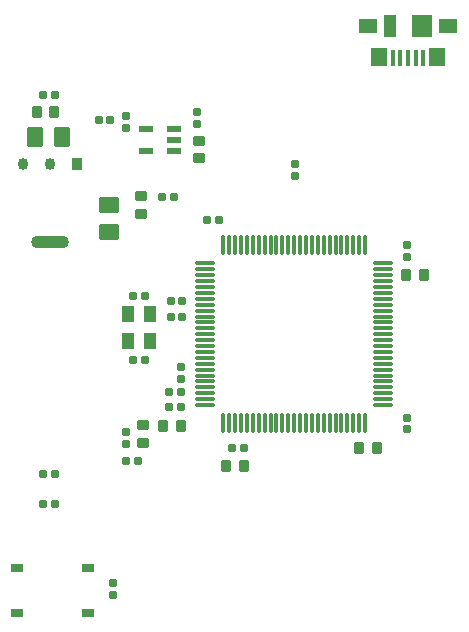
<source format=gbr>
%TF.GenerationSoftware,Altium Limited,Altium Designer,25.5.2 (35)*%
G04 Layer_Color=8421504*
%FSLAX45Y45*%
%MOMM*%
%TF.SameCoordinates,99CC5E96-0F24-47E5-947C-7A4A978C6F15*%
%TF.FilePolarity,Positive*%
%TF.FileFunction,Paste,Top*%
%TF.Part,Single*%
G01*
G75*
%TA.AperFunction,SMDPad,CuDef*%
%ADD12O,0.30000X1.80000*%
%ADD13O,1.80000X0.30000*%
G04:AMPARAMS|DCode=14|XSize=1.3mm|YSize=1.1mm|CornerRadius=0.055mm|HoleSize=0mm|Usage=FLASHONLY|Rotation=270.000|XOffset=0mm|YOffset=0mm|HoleType=Round|Shape=RoundedRectangle|*
%AMROUNDEDRECTD14*
21,1,1.30000,0.99000,0,0,270.0*
21,1,1.19000,1.10000,0,0,270.0*
1,1,0.11000,-0.49500,-0.59500*
1,1,0.11000,-0.49500,0.59500*
1,1,0.11000,0.49500,0.59500*
1,1,0.11000,0.49500,-0.59500*
%
%ADD14ROUNDEDRECTD14*%
G04:AMPARAMS|DCode=15|XSize=0.6mm|YSize=0.7mm|CornerRadius=0.075mm|HoleSize=0mm|Usage=FLASHONLY|Rotation=180.000|XOffset=0mm|YOffset=0mm|HoleType=Round|Shape=RoundedRectangle|*
%AMROUNDEDRECTD15*
21,1,0.60000,0.55000,0,0,180.0*
21,1,0.45000,0.70000,0,0,180.0*
1,1,0.15000,-0.22500,0.27500*
1,1,0.15000,0.22500,0.27500*
1,1,0.15000,0.22500,-0.27500*
1,1,0.15000,-0.22500,-0.27500*
%
%ADD15ROUNDEDRECTD15*%
%ADD16R,1.00000X0.75000*%
G04:AMPARAMS|DCode=17|XSize=0.6mm|YSize=0.7mm|CornerRadius=0.075mm|HoleSize=0mm|Usage=FLASHONLY|Rotation=270.000|XOffset=0mm|YOffset=0mm|HoleType=Round|Shape=RoundedRectangle|*
%AMROUNDEDRECTD17*
21,1,0.60000,0.55000,0,0,270.0*
21,1,0.45000,0.70000,0,0,270.0*
1,1,0.15000,-0.27500,-0.22500*
1,1,0.15000,-0.27500,0.22500*
1,1,0.15000,0.27500,0.22500*
1,1,0.15000,0.27500,-0.22500*
%
%ADD17ROUNDEDRECTD17*%
G04:AMPARAMS|DCode=18|XSize=0.8mm|YSize=1mm|CornerRadius=0.1mm|HoleSize=0mm|Usage=FLASHONLY|Rotation=90.000|XOffset=0mm|YOffset=0mm|HoleType=Round|Shape=RoundedRectangle|*
%AMROUNDEDRECTD18*
21,1,0.80000,0.80000,0,0,90.0*
21,1,0.60000,1.00000,0,0,90.0*
1,1,0.20000,0.40000,0.30000*
1,1,0.20000,0.40000,-0.30000*
1,1,0.20000,-0.40000,-0.30000*
1,1,0.20000,-0.40000,0.30000*
%
%ADD18ROUNDEDRECTD18*%
%ADD19R,0.87213X1.00429*%
G04:AMPARAMS|DCode=20|XSize=0.8mm|YSize=1mm|CornerRadius=0.1mm|HoleSize=0mm|Usage=FLASHONLY|Rotation=0.000|XOffset=0mm|YOffset=0mm|HoleType=Round|Shape=RoundedRectangle|*
%AMROUNDEDRECTD20*
21,1,0.80000,0.80000,0,0,0.0*
21,1,0.60000,1.00000,0,0,0.0*
1,1,0.20000,0.30000,-0.40000*
1,1,0.20000,-0.30000,-0.40000*
1,1,0.20000,-0.30000,0.40000*
1,1,0.20000,0.30000,0.40000*
%
%ADD20ROUNDEDRECTD20*%
G04:AMPARAMS|DCode=21|XSize=1.4mm|YSize=1.7mm|CornerRadius=0.175mm|HoleSize=0mm|Usage=FLASHONLY|Rotation=180.000|XOffset=0mm|YOffset=0mm|HoleType=Round|Shape=RoundedRectangle|*
%AMROUNDEDRECTD21*
21,1,1.40000,1.35000,0,0,180.0*
21,1,1.05000,1.70000,0,0,180.0*
1,1,0.35000,-0.52500,0.67500*
1,1,0.35000,0.52500,0.67500*
1,1,0.35000,0.52500,-0.67500*
1,1,0.35000,-0.52500,-0.67500*
%
%ADD21ROUNDEDRECTD21*%
G04:AMPARAMS|DCode=22|XSize=1.4mm|YSize=1.7mm|CornerRadius=0.175mm|HoleSize=0mm|Usage=FLASHONLY|Rotation=270.000|XOffset=0mm|YOffset=0mm|HoleType=Round|Shape=RoundedRectangle|*
%AMROUNDEDRECTD22*
21,1,1.40000,1.35000,0,0,270.0*
21,1,1.05000,1.70000,0,0,270.0*
1,1,0.35000,-0.67500,-0.52500*
1,1,0.35000,-0.67500,0.52500*
1,1,0.35000,0.67500,0.52500*
1,1,0.35000,0.67500,-0.52500*
%
%ADD22ROUNDEDRECTD22*%
%ADD23R,1.20000X0.60000*%
%TA.AperFunction,ConnectorPad*%
%ADD24R,0.45000X1.38000*%
%TA.AperFunction,SMDPad,CuDef*%
G04:AMPARAMS|DCode=25|XSize=1.00429mm|YSize=0.87213mm|CornerRadius=0.43606mm|HoleSize=0mm|Usage=FLASHONLY|Rotation=270.000|XOffset=0mm|YOffset=0mm|HoleType=Round|Shape=RoundedRectangle|*
%AMROUNDEDRECTD25*
21,1,1.00429,0.00000,0,0,270.0*
21,1,0.13216,0.87213,0,0,270.0*
1,1,0.87213,0.00000,-0.06608*
1,1,0.87213,0.00000,0.06608*
1,1,0.87213,0.00000,0.06608*
1,1,0.87213,0.00000,-0.06608*
%
%ADD25ROUNDEDRECTD25*%
G04:AMPARAMS|DCode=26|XSize=1.00429mm|YSize=3.18213mm|CornerRadius=0.43687mm|HoleSize=0mm|Usage=FLASHONLY|Rotation=270.000|XOffset=0mm|YOffset=0mm|HoleType=Round|Shape=RoundedRectangle|*
%AMROUNDEDRECTD26*
21,1,1.00429,2.30840,0,0,270.0*
21,1,0.13056,3.18213,0,0,270.0*
1,1,0.87373,-1.15420,-0.06528*
1,1,0.87373,-1.15420,0.06528*
1,1,0.87373,1.15420,0.06528*
1,1,0.87373,1.15420,-0.06528*
%
%ADD26ROUNDEDRECTD26*%
%TA.AperFunction,ConnectorPad*%
%ADD27R,1.42500X1.55000*%
%ADD28R,1.00000X1.90000*%
%ADD29R,1.80000X1.90000*%
%ADD30R,1.65000X1.30000*%
D12*
X8836100Y8801100D02*
D03*
X8886100D02*
D03*
X8936100D02*
D03*
X9036100D02*
D03*
X9086100D02*
D03*
X9136100D02*
D03*
X9186100D02*
D03*
X9236100D02*
D03*
X9286100D02*
D03*
X9336100D02*
D03*
X9386100D02*
D03*
X9436100D02*
D03*
X9486100D02*
D03*
X9536100D02*
D03*
X9586100D02*
D03*
X9636100D02*
D03*
X9686100D02*
D03*
X9736100D02*
D03*
X9786100D02*
D03*
X9836100D02*
D03*
X9886100D02*
D03*
X9936100D02*
D03*
X9886100Y7291100D02*
D03*
X9836100D02*
D03*
X9786100D02*
D03*
X9736100D02*
D03*
X9686100D02*
D03*
X9636100D02*
D03*
X9586100D02*
D03*
X9536100D02*
D03*
X9486100D02*
D03*
X9436100D02*
D03*
X9386100D02*
D03*
X9336100D02*
D03*
X9286100D02*
D03*
X9236100D02*
D03*
X9186100D02*
D03*
X9136100D02*
D03*
X9086100D02*
D03*
X9036100D02*
D03*
X8986100D02*
D03*
X8936100D02*
D03*
X8886100D02*
D03*
X8736100D02*
D03*
X8836100D02*
D03*
X9936100D02*
D03*
X8736100Y8801100D02*
D03*
X8986100D02*
D03*
X8786100Y7291100D02*
D03*
Y8801100D02*
D03*
D13*
X10091100Y8546100D02*
D03*
Y8496100D02*
D03*
Y8446100D02*
D03*
Y8396100D02*
D03*
Y8346100D02*
D03*
Y8246100D02*
D03*
Y8196100D02*
D03*
Y8146100D02*
D03*
Y8096100D02*
D03*
Y8046100D02*
D03*
Y7996100D02*
D03*
Y7946100D02*
D03*
Y7896100D02*
D03*
Y7846100D02*
D03*
Y7796100D02*
D03*
Y7746100D02*
D03*
Y7696100D02*
D03*
Y7646100D02*
D03*
Y7596100D02*
D03*
Y7546100D02*
D03*
Y7496100D02*
D03*
Y7446100D02*
D03*
X8581100D02*
D03*
Y7496100D02*
D03*
Y7546100D02*
D03*
Y7596100D02*
D03*
Y7646100D02*
D03*
Y7796100D02*
D03*
Y7846100D02*
D03*
Y7896100D02*
D03*
Y7946100D02*
D03*
Y7996100D02*
D03*
Y8046100D02*
D03*
Y8246100D02*
D03*
Y8296100D02*
D03*
Y8346100D02*
D03*
Y8446100D02*
D03*
Y8496100D02*
D03*
Y8546100D02*
D03*
Y8596100D02*
D03*
Y8646100D02*
D03*
X10091100Y8296100D02*
D03*
X8581100Y8396100D02*
D03*
Y8146100D02*
D03*
Y7746100D02*
D03*
X10091100Y8646100D02*
D03*
X8581100Y8096100D02*
D03*
Y7696100D02*
D03*
Y8196100D02*
D03*
X10091100Y8596100D02*
D03*
D14*
X7925000Y8215000D02*
D03*
Y7985000D02*
D03*
X8115000Y8215000D02*
D03*
Y7985000D02*
D03*
D15*
X7970000Y8370000D02*
D03*
X8280000Y7430000D02*
D03*
Y7560000D02*
D03*
X7970000Y7830000D02*
D03*
X8290000Y8190000D02*
D03*
X7210000Y10070000D02*
D03*
X8290000Y8330000D02*
D03*
X8315000Y9210000D02*
D03*
X8810000Y7080000D02*
D03*
X8700000Y9010000D02*
D03*
X8070000Y8370000D02*
D03*
X8390000Y8190000D02*
D03*
Y8330000D02*
D03*
X8910000Y7080000D02*
D03*
X8600000Y9010000D02*
D03*
X7310000Y6860000D02*
D03*
X7210000D02*
D03*
Y6610000D02*
D03*
X8380000Y7560000D02*
D03*
X7910000Y6970000D02*
D03*
X8010000D02*
D03*
X8070000Y7830000D02*
D03*
X7310000Y6610000D02*
D03*
X7680000Y9860000D02*
D03*
X8380000Y7430000D02*
D03*
X7310000Y10070000D02*
D03*
X7780000Y9860000D02*
D03*
X8215000Y9210000D02*
D03*
D16*
X7590000Y5690000D02*
D03*
X6990000D02*
D03*
X7590000Y6065000D02*
D03*
X6990000D02*
D03*
D17*
X7800000Y5840000D02*
D03*
Y5940000D02*
D03*
X7910000Y7220000D02*
D03*
X8380000Y7670000D02*
D03*
X10290000Y7240000D02*
D03*
Y8700000D02*
D03*
X9340000Y9490000D02*
D03*
X8380000Y7770000D02*
D03*
X7910000Y9890000D02*
D03*
X8510000Y9930000D02*
D03*
X10290000Y8800000D02*
D03*
Y7340000D02*
D03*
X7910000Y7120000D02*
D03*
X9340000Y9390000D02*
D03*
X8510000Y9830000D02*
D03*
X7910000Y9790000D02*
D03*
D18*
X8060000Y7125000D02*
D03*
X8530000Y9685000D02*
D03*
X8060000Y7275000D02*
D03*
X8040000Y9065000D02*
D03*
X8530000Y9535000D02*
D03*
X8040000Y9215000D02*
D03*
D19*
X7499000Y9489500D02*
D03*
D20*
X7155000Y9930000D02*
D03*
X8760000Y6930000D02*
D03*
X10035000Y7080000D02*
D03*
X10435000Y8550000D02*
D03*
X8225000Y7270000D02*
D03*
X8910000Y6930000D02*
D03*
X10285000Y8550000D02*
D03*
X8375000Y7270000D02*
D03*
X9885000Y7080000D02*
D03*
X7305000Y9930000D02*
D03*
D21*
X7374300Y9720000D02*
D03*
X7145700D02*
D03*
D22*
X7770000Y9144300D02*
D03*
Y8915700D02*
D03*
D23*
X8315000Y9690000D02*
D03*
Y9595000D02*
D03*
Y9785000D02*
D03*
X8085000Y9595000D02*
D03*
Y9785000D02*
D03*
D24*
X10170000Y10389000D02*
D03*
X10365000D02*
D03*
X10300000D02*
D03*
X10430000D02*
D03*
X10235000D02*
D03*
D25*
X7270000Y9489500D02*
D03*
X7041000D02*
D03*
D26*
X7270000Y8830500D02*
D03*
D27*
X10051250Y10397500D02*
D03*
X10548750D02*
D03*
D28*
X10145000Y10655000D02*
D03*
D29*
X10415000D02*
D03*
D30*
X9962500D02*
D03*
X10637500D02*
D03*
%TF.MD5,81a42646d750da0b73fabe6eed83bde2*%
M02*

</source>
